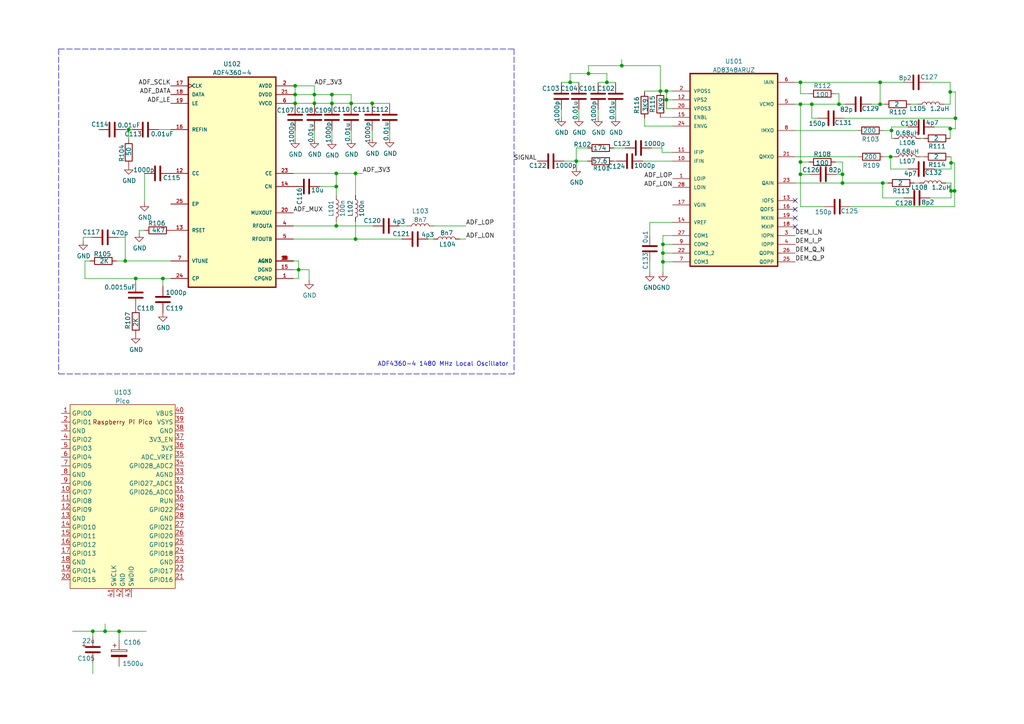
<source format=kicad_sch>
(kicad_sch (version 20220404) (generator eeschema)
  (paper "A4")
  (lib_symbols
    (symbol "AD8348ARUZ:AD8348ARUZ" (pin_names (offset 1.016))
      (property "Reference" "U" (at -4.5466 28.2702 0))
      (property "Value" "AD8348ARUZ" (at -4.7498 -34.544 0))
      (symbol "AD8348ARUZ_0_0"
        (rectangle (start -12.7 25.4) (end 12.7 -30.48) (stroke (width 0.4064)) (fill (type background)))
        (pin input line (at -17.78 -5.08 0) (length 5.08) (name "LOIP") (number "1"))
        (pin output line (at -17.78 0 0) (length 5.08) (name "IFIN") (number "10"))
        (pin output line (at -17.78 2.54 0) (length 5.08) (name "IFIP") (number "11"))
        (pin input line (at -17.78 17.78 0) (length 5.08) (name "VPS2") (number "12"))
        (pin output line (at 17.78 -11.43 180) (length 5.08) (name "IOFS") (number "13"))
        (pin output line (at -17.78 -17.78 0) (length 5.08) (name "VREF") (number "14"))
        (pin input line (at -17.78 12.7 0) (length 5.08) (name "ENBL") (number "15"))
        (pin output line (at 17.78 -13.97 180) (length 5.08) (name "QOFS") (number "16"))
        (pin passive line (at -17.78 -12.7 0) (length 5.08) (name "VGIN") (number "17"))
        (pin input line (at 17.78 -19.05 180) (length 5.08) (name "MXIP") (number "18"))
        (pin input line (at 17.78 -16.51 180) (length 5.08) (name "MXIN") (number "19"))
        (pin input line (at -17.78 20.32 0) (length 5.08) (name "VPOS1") (number "2"))
        (pin input line (at -17.78 15.24 0) (length 5.08) (name "VPOS3") (number "20"))
        (pin output line (at 17.78 1.27 180) (length 5.08) (name "QMXO") (number "21"))
        (pin input line (at -17.78 -26.67 0) (length 5.08) (name "COM3_2") (number "22"))
        (pin output line (at 17.78 -6.35 180) (length 5.08) (name "QAIN") (number "23"))
        (pin input line (at -17.78 10.16 0) (length 5.08) (name "ENVG") (number "24"))
        (pin output line (at 17.78 -29.21 180) (length 5.08) (name "QOPP") (number "25"))
        (pin output line (at 17.78 -26.67 180) (length 5.08) (name "QOPN") (number "26"))
        (pin input line (at -17.78 -21.59 0) (length 5.08) (name "COM1") (number "27"))
        (pin input line (at -17.78 -7.62 0) (length 5.08) (name "LOIN") (number "28"))
        (pin output line (at 17.78 -21.59 180) (length 5.08) (name "IOPN") (number "3"))
        (pin output line (at 17.78 -24.13 180) (length 5.08) (name "IOPP") (number "4"))
        (pin output line (at 17.78 16.51 180) (length 5.08) (name "VCMO") (number "5"))
        (pin output line (at 17.78 22.86 180) (length 5.08) (name "IAIN") (number "6"))
        (pin output line (at -17.78 -29.21 0) (length 5.08) (name "COM3") (number "7"))
        (pin output line (at 17.78 8.89 180) (length 5.08) (name "IMXO") (number "8"))
        (pin output line (at -17.78 -24.13 0) (length 5.08) (name "COM2") (number "9"))
      )
    )
    (symbol "ADF4360:ADF4360-5BCP" (pin_names (offset 1.016))
      (property "Reference" "U102" (at 0 34.29 0))
      (property "Value" "ADF4360-4" (at 0 31.75 0))
      (symbol "ADF4360-5BCP_0_0"
        (rectangle (start -12.7 -30.48) (end 12.7 30.48) (stroke (width 0.41)) (fill (type background)))
        (pin power_in line (at 17.78 -27.94 180) (length 5.08) (name "CPGND") (number "1"))
        (pin power_in line (at 17.78 -22.86 180) (length 5.08) (name "AGND") (number "10"))
        (pin power_in line (at 17.78 -22.86 180) (length 5.08) (name "AGND") (number "11"))
        (pin bidirectional line (at -17.78 2.54 0) (length 5.08) (name "CC") (number "12"))
        (pin bidirectional line (at -17.78 -13.97 0) (length 5.08) (name "RSET") (number "13"))
        (pin bidirectional line (at 17.78 -1.27 180) (length 5.08) (name "CN") (number "14"))
        (pin power_in line (at 17.78 -25.4 180) (length 5.08) (name "DGND") (number "15"))
        (pin input line (at -17.78 15.24 0) (length 5.08) (name "REFIN") (number "16"))
        (pin input clock (at -17.78 27.94 0) (length 5.08) (name "CLK") (number "17"))
        (pin input line (at -17.78 25.4 0) (length 5.08) (name "DATA") (number "18"))
        (pin input line (at -17.78 22.86 0) (length 5.08) (name "LE") (number "19"))
        (pin power_in line (at 17.78 27.94 180) (length 5.08) (name "AVDD") (number "2"))
        (pin output line (at 17.78 -8.89 180) (length 5.08) (name "MUXOUT") (number "20"))
        (pin power_in line (at 17.78 25.4 180) (length 5.08) (name "DVDD") (number "21"))
        (pin power_in line (at 17.78 -22.86 180) (length 5.08) (name "AGND") (number "22"))
        (pin bidirectional line (at 17.78 2.54 180) (length 5.08) (name "CE") (number "23"))
        (pin output line (at -17.78 -27.94 0) (length 5.08) (name "CP") (number "24"))
        (pin bidirectional line (at -17.78 -6.35 0) (length 5.08) (name "EP") (number "25"))
        (pin power_in line (at 17.78 -22.86 180) (length 5.08) (name "AGND") (number "3"))
        (pin output line (at 17.78 -12.7 180) (length 5.08) (name "RFOUTA") (number "4"))
        (pin output line (at 17.78 -16.51 180) (length 5.08) (name "RFOUTB") (number "5"))
        (pin power_in line (at 17.78 22.86 180) (length 5.08) (name "VVCO") (number "6"))
        (pin input line (at -17.78 -22.86 0) (length 5.08) (name "VTUNE") (number "7"))
        (pin power_in line (at 17.78 -22.86 180) (length 5.08) (name "AGND") (number "8"))
        (pin power_in line (at 17.78 -22.86 180) (length 5.08) (name "AGND") (number "9"))
      )
    )
    (symbol "C_4" (pin_numbers hide) (pin_names (offset 0.254))
      (property "Reference" "C111" (at -0.635 2.54 0))
      (property "Value" "C_4" (at -0.635 -2.54 0))
      (symbol "C_4_0_0"
        (text "+" (at 2.54 -1.27 0) (effects (font (size 1.27 1.27))))
      )
      (symbol "C_4_0_1"
        (polyline (pts (xy -2.032 -0.762) (xy 2.032 -0.762)) (stroke (width 0.508)))
        (polyline (pts (xy -2.032 0.762) (xy 2.032 0.762)) (stroke (width 0.508)))
      )
      (symbol "C_4_1_1"
        (pin passive line (at 0 3.81 270) (length 2.794) (name "~") (number "1"))
        (pin passive line (at 0 -3.81 90) (length 2.794) (name "~") (number "2"))
      )
    )
    (symbol "Device:C" (pin_numbers hide) (pin_names (offset 0.254))
      (property "Reference" "C" (at 0.635 2.54 0))
      (property "Value" "C" (at 0.635 -2.54 0))
      (symbol "C_0_1"
        (polyline (pts (xy -2.032 -0.762) (xy 2.032 -0.762)) (stroke (width 0.508)))
        (polyline (pts (xy -2.032 0.762) (xy 2.032 0.762)) (stroke (width 0.508)))
      )
      (symbol "C_1_1"
        (pin passive line (at 0 3.81 270) (length 2.794) (name "~") (number "1"))
        (pin passive line (at 0 -3.81 90) (length 2.794) (name "~") (number "2"))
      )
    )
    (symbol "Device:CP" (pin_numbers hide) (pin_names (offset 0.254))
      (property "Reference" "C" (at 0.635 2.54 0))
      (property "Value" "CP" (at 0.635 -2.54 0))
      (symbol "CP_0_1"
        (rectangle (start -2.286 0.508) (end -2.286 1.016))
        (rectangle (start -2.286 0.508) (end 2.286 0.508))
        (polyline (pts (xy -1.778 2.286) (xy -0.762 2.286)))
        (polyline (pts (xy -1.27 2.794) (xy -1.27 1.778)))
        (rectangle (start 2.286 -0.508) (end -2.286 -1.016) (fill (type outline)))
        (rectangle (start 2.286 1.016) (end -2.286 1.016))
        (rectangle (start 2.286 1.016) (end 2.286 0.508))
      )
      (symbol "CP_1_1"
        (pin passive line (at 0 3.81 270) (length 2.794) (name "~") (number "1"))
        (pin passive line (at 0 -3.81 90) (length 2.794) (name "~") (number "2"))
      )
    )
    (symbol "Device:L" (pin_numbers hide) (pin_names (offset 1.016) hide)
      (property "Reference" "L" (at -1.27 -3.81 90))
      (property "Value" "L" (at -1.27 2.54 90))
      (symbol "L_0_1"
        (arc (start 0 -2.54) (mid 0.635 -1.905) (end 0 -1.27))
        (arc (start 0 -1.27) (mid 0.635 -0.635) (end 0 0))
        (arc (start 0 0) (mid 0.635 0.635) (end 0 1.27))
        (arc (start 0 1.27) (mid 0.635 1.905) (end 0 2.54))
      )
      (symbol "L_1_1"
        (pin passive line (at 0 3.81 270) (length 1.27) (name "1") (number "1"))
        (pin passive line (at 0 -3.81 90) (length 1.27) (name "2") (number "2"))
      )
    )
    (symbol "Device:R" (pin_numbers hide) (pin_names (offset 0))
      (property "Reference" "R" (at 2.032 0 90))
      (property "Value" "R" (at 0 0 90))
      (symbol "R_0_1"
        (rectangle (start -1.016 -2.54) (end 1.016 2.54) (stroke (width 0.254)))
      )
      (symbol "R_1_1"
        (pin passive line (at 0 3.81 270) (length 1.27) (name "~") (number "1"))
        (pin passive line (at 0 -3.81 90) (length 1.27) (name "~") (number "2"))
      )
    )
    (symbol "Enevo_WE-10_library:GND" (power) (pin_names (offset 0))
      (property "Value" "GND" (at 0 -3.81 0))
      (symbol "GND_0_1"
        (polyline (pts (xy 0 0) (xy 0 -1.27) (xy 1.27 -1.27) (xy 0 -2.54) (xy -1.27 -1.27) (xy 0 -1.27)))
      )
      (symbol "GND_1_1"
        (pin power_in line (at 0 0 270) (length 0) hide (name "GND") (number "1"))
      )
    )
    (symbol "MCU_RaspberryPi_and_Boards:Pico"
      (property "Reference" "U" (at -13.97 27.94 0))
      (property "Value" "Pico" (at 0 19.05 0))
      (symbol "Pico_0_0"
        (text "Raspberry Pi Pico" (at 0 21.59 0) (effects (font (size 1.27 1.27))))
      )
      (symbol "Pico_0_1"
        (rectangle (start -15.24 26.67) (end 15.24 -26.67) (fill (type background)))
      )
      (symbol "Pico_1_1"
        (pin bidirectional line (at -17.78 24.13 0) (length 2.54) (name "GPIO0") (number "1"))
        (pin bidirectional line (at -17.78 1.27 0) (length 2.54) (name "GPIO7") (number "10"))
        (pin bidirectional line (at -17.78 -1.27 0) (length 2.54) (name "GPIO8") (number "11"))
        (pin bidirectional line (at -17.78 -3.81 0) (length 2.54) (name "GPIO9") (number "12"))
        (pin power_in line (at -17.78 -6.35 0) (length 2.54) (name "GND") (number "13"))
        (pin bidirectional line (at -17.78 -8.89 0) (length 2.54) (name "GPIO10") (number "14"))
        (pin bidirectional line (at -17.78 -11.43 0) (length 2.54) (name "GPIO11") (number "15"))
        (pin bidirectional line (at -17.78 -13.97 0) (length 2.54) (name "GPIO12") (number "16"))
        (pin bidirectional line (at -17.78 -16.51 0) (length 2.54) (name "GPIO13") (number "17"))
        (pin power_in line (at -17.78 -19.05 0) (length 2.54) (name "GND") (number "18"))
        (pin bidirectional line (at -17.78 -21.59 0) (length 2.54) (name "GPIO14") (number "19"))
        (pin bidirectional line (at -17.78 21.59 0) (length 2.54) (name "GPIO1") (number "2"))
        (pin bidirectional line (at -17.78 -24.13 0) (length 2.54) (name "GPIO15") (number "20"))
        (pin bidirectional line (at 17.78 -24.13 180) (length 2.54) (name "GPIO16") (number "21"))
        (pin bidirectional line (at 17.78 -21.59 180) (length 2.54) (name "GPIO17") (number "22"))
        (pin power_in line (at 17.78 -19.05 180) (length 2.54) (name "GND") (number "23"))
        (pin bidirectional line (at 17.78 -16.51 180) (length 2.54) (name "GPIO18") (number "24"))
        (pin bidirectional line (at 17.78 -13.97 180) (length 2.54) (name "GPIO19") (number "25"))
        (pin bidirectional line (at 17.78 -11.43 180) (length 2.54) (name "GPIO20") (number "26"))
        (pin bidirectional line (at 17.78 -8.89 180) (length 2.54) (name "GPIO21") (number "27"))
        (pin power_in line (at 17.78 -6.35 180) (length 2.54) (name "GND") (number "28"))
        (pin bidirectional line (at 17.78 -3.81 180) (length 2.54) (name "GPIO22") (number "29"))
        (pin power_in line (at -17.78 19.05 0) (length 2.54) (name "GND") (number "3"))
        (pin input line (at 17.78 -1.27 180) (length 2.54) (name "RUN") (number "30"))
        (pin bidirectional line (at 17.78 1.27 180) (length 2.54) (name "GPIO26_ADC0") (number "31"))
        (pin bidirectional line (at 17.78 3.81 180) (length 2.54) (name "GPIO27_ADC1") (number "32"))
        (pin power_in line (at 17.78 6.35 180) (length 2.54) (name "AGND") (number "33"))
        (pin bidirectional line (at 17.78 8.89 180) (length 2.54) (name "GPIO28_ADC2") (number "34"))
        (pin power_in line (at 17.78 11.43 180) (length 2.54) (name "ADC_VREF") (number "35"))
        (pin power_in line (at 17.78 13.97 180) (length 2.54) (name "3V3") (number "36"))
        (pin input line (at 17.78 16.51 180) (length 2.54) (name "3V3_EN") (number "37"))
        (pin bidirectional line (at 17.78 19.05 180) (length 2.54) (name "GND") (number "38"))
        (pin power_in line (at 17.78 21.59 180) (length 2.54) (name "VSYS") (number "39"))
        (pin bidirectional line (at -17.78 16.51 0) (length 2.54) (name "GPIO2") (number "4"))
        (pin power_in line (at 17.78 24.13 180) (length 2.54) (name "VBUS") (number "40"))
        (pin input line (at -2.54 -29.21 90) (length 2.54) (name "SWCLK") (number "41"))
        (pin power_in line (at 0 -29.21 90) (length 2.54) (name "GND") (number "42"))
        (pin bidirectional line (at 2.54 -29.21 90) (length 2.54) (name "SWDIO") (number "43"))
        (pin bidirectional line (at -17.78 13.97 0) (length 2.54) (name "GPIO3") (number "5"))
        (pin bidirectional line (at -17.78 11.43 0) (length 2.54) (name "GPIO4") (number "6"))
        (pin bidirectional line (at -17.78 8.89 0) (length 2.54) (name "GPIO5") (number "7"))
        (pin power_in line (at -17.78 6.35 0) (length 2.54) (name "GND") (number "8"))
        (pin bidirectional line (at -17.78 3.81 0) (length 2.54) (name "GPIO6") (number "9"))
      )
    )
  )
  (junction (at 167.132 46.736))
  (junction (at 192.278 75.946))
  (junction (at 255.27 23.876))
  (junction (at 165.354 23.876))
  (junction (at 258.318 45.466))
  (junction (at 107.95 29.972))
  (junction (at 275.59 26.67))
  (junction (at 232.156 46.99))
  (junction (at 97.536 54.102))
  (junction (at 193.294 28.956))
  (junction (at 30.48 183.0832))
  (junction (at 258.572 37.846))
  (junction (at 103.124 50.292))
  (junction (at 96.266 27.432))
  (junction (at 244.348 53.086))
  (junction (at 277.114 34.29))
  (junction (at 170.688 21.336))
  (junction (at 97.536 65.532))
  (junction (at 256.032 53.086))
  (junction (at 192.278 73.406))
  (junction (at 103.124 69.342))
  (junction (at 235.458 30.226))
  (junction (at 276.86 55.372))
  (junction (at 180.34 19.05))
  (junction (at 243.332 30.226))
  (junction (at 26.924 183.0832))
  (junction (at 47.244 80.772))
  (junction (at 193.294 26.416))
  (junction (at 36.322 75.692))
  (junction (at 86.614 78.232))
  (junction (at 275.59 37.338))
  (junction (at 244.348 50.546))
  (junction (at 275.844 47.244))
  (junction (at 97.536 50.292))
  (junction (at 85.598 24.892))
  (junction (at 37.338 37.592))
  (junction (at 191.516 26.416))
  (junction (at 275.844 55.372))
  (junction (at 34.544 183.1086))
  (junction (at 101.854 29.972))
  (junction (at 85.598 29.972))
  (junction (at 91.186 29.972))
  (junction (at 91.186 27.432))
  (junction (at 96.266 29.972))
  (junction (at 85.598 27.432))
  (junction (at 39.37 80.772))
  (junction (at 176.022 23.876))
  (junction (at 192.278 70.866))
  (junction (at 255.27 30.226))
  (junction (at 232.156 30.226))
  (junction (at 232.156 23.876))
  (junction (at 232.156 50.546))
  (no_connect (at 230.632 60.706))
  (no_connect (at 230.632 58.166))
  (no_connect (at 230.632 63.246))
  (no_connect (at 230.632 65.786))
  (wire (pts (xy 176.022 21.336) (xy 176.022 23.876)))
  (wire (pts (xy 235.458 30.226) (xy 243.332 30.226)))
  (wire (pts (xy 97.536 50.292) (xy 103.124 50.292)))
  (wire (pts (xy 275.59 26.67) (xy 275.59 30.226)))
  (wire (pts (xy 276.86 47.244) (xy 276.86 55.372)))
  (wire (pts (xy 85.09 27.432) (xy 85.598 27.432)))
  (wire (pts (xy 86.614 75.692) (xy 86.614 78.232)))
  (wire (pts (xy 188.976 42.926) (xy 192.024 42.926)))
  (wire (pts (xy 91.186 30.226) (xy 91.186 29.972)))
  (wire (pts (xy 191.516 19.05) (xy 191.516 26.416)))
  (wire (pts (xy 101.854 29.972) (xy 107.95 29.972)))
  (wire (pts (xy 39.37 80.772) (xy 47.244 80.772)))
  (wire (pts (xy 103.124 64.262) (xy 103.124 69.342)))
  (wire (pts (xy 113.03 40.132) (xy 113.03 37.846)))
  (wire (pts (xy 178.562 34.036) (xy 178.562 31.75)))
  (wire (pts (xy 232.156 46.99) (xy 232.156 50.546)))
  (wire (pts (xy 96.266 30.226) (xy 96.266 29.972)))
  (wire (pts (xy 195.072 31.496) (xy 193.294 31.496)))
  (wire (pts (xy 230.632 30.226) (xy 232.156 30.226)))
  (wire (pts (xy 176.022 23.876) (xy 178.562 23.876)))
  (wire (pts (xy 266.954 40.132) (xy 267.97 40.132)))
  (wire (pts (xy 85.598 29.972) (xy 91.186 29.972)))
  (wire (pts (xy 277.114 26.67) (xy 275.59 26.67)))
  (wire (pts (xy 24.638 75.692) (xy 24.638 80.772)))
  (wire (pts (xy 232.156 46.99) (xy 232.156 30.226)))
  (wire (pts (xy 244.348 50.546) (xy 244.348 53.086)))
  (wire (pts (xy 173.482 24.13) (xy 173.482 23.876)))
  (wire (pts (xy 256.54 45.466) (xy 258.318 45.466)))
  (wire (pts (xy 263.398 36.83) (xy 258.572 36.83)))
  (wire (pts (xy 195.072 36.576) (xy 186.944 36.576)))
  (wire (pts (xy 167.894 34.036) (xy 167.894 31.75)))
  (wire (pts (xy 266.954 45.466) (xy 267.97 45.466)))
  (wire (pts (xy 101.854 40.386) (xy 101.854 37.846)))
  (wire (pts (xy 170.688 19.05) (xy 170.688 21.336)))
  (wire (pts (xy 89.662 78.232) (xy 86.614 78.232)))
  (wire (pts (xy 170.688 21.336) (xy 176.022 21.336)))
  (wire (pts (xy 188.468 75.946) (xy 188.468 78.994)))
  (wire (pts (xy 192.278 68.326) (xy 192.278 70.866)))
  (wire (pts (xy 192.278 70.866) (xy 195.072 70.866)))
  (wire (pts (xy 85.09 65.532) (xy 97.536 65.532)))
  (wire (pts (xy 275.59 36.83) (xy 275.59 37.338)))
  (wire (pts (xy 107.95 30.226) (xy 107.95 29.972)))
  (wire (pts (xy 232.156 50.546) (xy 232.156 59.944)))
  (wire (pts (xy 85.09 75.692) (xy 86.614 75.692)))
  (wire (pts (xy 24.13 68.834) (xy 24.13 69.85)))
  (wire (pts (xy 235.458 30.226) (xy 235.458 34.29)))
  (wire (pts (xy 89.662 81.28) (xy 89.662 78.232)))
  (wire (pts (xy 193.294 28.956) (xy 193.294 26.416)))
  (wire (pts (xy 256.032 57.404) (xy 262.128 57.404)))
  (wire (pts (xy 277.114 34.29) (xy 277.114 37.338)))
  (wire (pts (xy 263.398 49.022) (xy 258.318 49.022)))
  (wire (pts (xy 255.27 23.876) (xy 261.874 23.876)))
  (wire (pts (xy 230.632 53.086) (xy 244.348 53.086)))
  (wire (pts (xy 258.318 45.466) (xy 259.334 45.466)))
  (wire (pts (xy 103.124 69.342) (xy 116.586 69.342)))
  (wire (pts (xy 258.572 40.132) (xy 258.572 37.846)))
  (wire (pts (xy 37.338 37.592) (xy 37.338 40.386)))
  (wire (pts (xy 186.436 46.736) (xy 195.072 46.736)))
  (wire (pts (xy 192.278 73.406) (xy 195.072 73.406)))
  (wire (pts (xy 36.322 68.834) (xy 36.322 75.692)))
  (wire (pts (xy 180.34 19.05) (xy 170.688 19.05)))
  (wire (pts (xy 85.598 29.972) (xy 85.598 27.432)))
  (wire (pts (xy 264.16 30.226) (xy 266.192 30.226)))
  (wire (pts (xy 37.338 37.592) (xy 38.354 37.592)))
  (wire (pts (xy 178.562 23.876) (xy 178.562 24.13)))
  (wire (pts (xy 234.696 27.178) (xy 232.156 27.178)))
  (wire (pts (xy 36.322 75.692) (xy 49.53 75.692)))
  (wire (pts (xy 26.924 183.0832) (xy 30.48 183.0832)))
  (polyline (pts (xy 149.098 14.224) (xy 149.098 108.458)) (stroke (width 0) (type dash)))
  (wire (pts (xy 271.018 36.83) (xy 275.59 36.83)))
  (wire (pts (xy 107.95 29.972) (xy 113.03 29.972)))
  (wire (pts (xy 163.576 46.736) (xy 167.132 46.736)))
  (wire (pts (xy 125.73 65.532) (xy 135.128 65.532)))
  (wire (pts (xy 195.072 28.956) (xy 193.294 28.956)))
  (wire (pts (xy 34.544 183.1086) (xy 42.418 183.1086)))
  (wire (pts (xy 276.86 55.372) (xy 275.844 55.372)))
  (wire (pts (xy 246.634 59.944) (xy 276.86 59.944)))
  (wire (pts (xy 85.09 78.232) (xy 86.614 78.232)))
  (wire (pts (xy 91.186 29.972) (xy 91.186 27.432)))
  (wire (pts (xy 244.348 53.086) (xy 256.032 53.086)))
  (wire (pts (xy 275.844 53.086) (xy 275.844 55.372)))
  (wire (pts (xy 275.59 23.876) (xy 275.59 26.67)))
  (wire (pts (xy 91.186 27.432) (xy 96.266 27.432)))
  (wire (pts (xy 230.632 45.466) (xy 248.92 45.466)))
  (wire (pts (xy 85.598 30.226) (xy 85.598 29.972)))
  (wire (pts (xy 101.854 27.432) (xy 101.854 29.972)))
  (wire (pts (xy 96.266 29.972) (xy 101.854 29.972)))
  (wire (pts (xy 167.132 42.926) (xy 167.132 46.736)))
  (wire (pts (xy 271.018 49.022) (xy 275.844 49.022)))
  (wire (pts (xy 239.014 59.944) (xy 232.156 59.944)))
  (polyline (pts (xy 149.098 108.458) (xy 17.018 108.458)) (stroke (width 0) (type dash)))
  (wire (pts (xy 97.536 65.532) (xy 108.204 65.532)))
  (wire (pts (xy 193.294 31.496) (xy 193.294 28.956)))
  (wire (pts (xy 186.944 26.67) (xy 186.944 26.416)))
  (wire (pts (xy 165.354 23.876) (xy 167.894 23.876)))
  (wire (pts (xy 252.73 30.226) (xy 255.27 30.226)))
  (wire (pts (xy 30.48 180.9496) (xy 30.48 183.0832)))
  (wire (pts (xy 265.176 53.086) (xy 266.7 53.086)))
  (wire (pts (xy 85.09 69.342) (xy 103.124 69.342)))
  (wire (pts (xy 276.86 55.372) (xy 276.86 59.944)))
  (wire (pts (xy 91.186 27.432) (xy 91.186 24.892)))
  (wire (pts (xy 275.844 49.022) (xy 275.844 47.244)))
  (wire (pts (xy 192.278 75.946) (xy 192.278 78.994)))
  (wire (pts (xy 232.156 23.876) (xy 255.27 23.876)))
  (wire (pts (xy 244.856 34.29) (xy 277.114 34.29)))
  (wire (pts (xy 96.266 37.846) (xy 96.266 40.64)))
  (wire (pts (xy 101.854 29.972) (xy 101.854 30.226)))
  (wire (pts (xy 86.614 80.772) (xy 85.09 80.772)))
  (wire (pts (xy 275.844 57.404) (xy 269.748 57.404)))
  (wire (pts (xy 234.696 46.99) (xy 232.156 46.99)))
  (wire (pts (xy 255.27 23.876) (xy 255.27 30.226)))
  (wire (pts (xy 191.516 34.036) (xy 195.072 34.036)))
  (wire (pts (xy 242.316 27.178) (xy 243.332 27.178)))
  (polyline (pts (xy 17.018 14.224) (xy 17.018 108.458)) (stroke (width 0) (type dash)))
  (wire (pts (xy 85.598 40.386) (xy 85.598 37.846)))
  (wire (pts (xy 192.278 73.406) (xy 192.278 75.946)))
  (wire (pts (xy 232.156 30.226) (xy 235.458 30.226)))
  (wire (pts (xy 85.09 29.972) (xy 85.598 29.972)))
  (wire (pts (xy 275.844 55.372) (xy 275.844 57.404)))
  (wire (pts (xy 188.468 64.516) (xy 188.468 68.326)))
  (wire (pts (xy 255.27 30.226) (xy 256.54 30.226)))
  (wire (pts (xy 170.434 46.736) (xy 167.132 46.736)))
  (wire (pts (xy 242.316 46.99) (xy 244.348 46.99)))
  (wire (pts (xy 173.482 31.75) (xy 173.482 34.036)))
  (wire (pts (xy 26.924 195.4276) (xy 26.924 192.2272)))
  (wire (pts (xy 173.482 23.876) (xy 176.022 23.876)))
  (wire (pts (xy 91.186 40.386) (xy 91.186 37.846)))
  (wire (pts (xy 124.206 69.342) (xy 125.73 69.342)))
  (wire (pts (xy 258.572 36.83) (xy 258.572 37.846)))
  (wire (pts (xy 242.57 50.546) (xy 244.348 50.546)))
  (wire (pts (xy 85.09 50.292) (xy 97.536 50.292)))
  (wire (pts (xy 91.186 29.972) (xy 96.266 29.972)))
  (wire (pts (xy 178.054 46.736) (xy 178.816 46.736)))
  (wire (pts (xy 85.598 27.432) (xy 91.186 27.432)))
  (wire (pts (xy 91.186 24.892) (xy 85.598 24.892)))
  (wire (pts (xy 26.67 68.834) (xy 24.13 68.834)))
  (wire (pts (xy 275.844 47.244) (xy 276.86 47.244)))
  (wire (pts (xy 162.814 31.75) (xy 162.814 34.036)))
  (wire (pts (xy 96.266 27.432) (xy 101.854 27.432)))
  (wire (pts (xy 234.95 50.546) (xy 232.156 50.546)))
  (wire (pts (xy 244.348 46.99) (xy 244.348 50.546)))
  (wire (pts (xy 195.072 26.416) (xy 193.294 26.416)))
  (wire (pts (xy 192.024 42.926) (xy 192.024 44.196)))
  (wire (pts (xy 103.124 50.292) (xy 103.124 56.642)))
  (wire (pts (xy 34.29 68.834) (xy 36.322 68.834)))
  (wire (pts (xy 232.156 23.876) (xy 232.156 27.178)))
  (wire (pts (xy 237.236 34.29) (xy 235.458 34.29)))
  (wire (pts (xy 85.598 27.432) (xy 85.598 24.892)))
  (wire (pts (xy 230.632 23.876) (xy 232.156 23.876)))
  (wire (pts (xy 165.354 23.876) (xy 165.354 21.336)))
  (wire (pts (xy 97.536 54.102) (xy 97.536 56.642)))
  (wire (pts (xy 258.572 40.132) (xy 259.334 40.132)))
  (wire (pts (xy 192.024 44.196) (xy 195.072 44.196)))
  (wire (pts (xy 41.91 50.292) (xy 41.91 58.674)))
  (wire (pts (xy 21.0312 183.0832) (xy 26.924 183.0832)))
  (polyline (pts (xy 17.018 14.224) (xy 149.098 14.224)) (stroke (width 0) (type dash)))
  (wire (pts (xy 115.824 65.532) (xy 118.11 65.532)))
  (wire (pts (xy 113.03 29.972) (xy 113.03 30.226)))
  (wire (pts (xy 191.516 26.416) (xy 193.294 26.416)))
  (wire (pts (xy 243.332 30.226) (xy 245.11 30.226)))
  (wire (pts (xy 30.48 183.0832) (xy 34.544 183.0832)))
  (wire (pts (xy 167.132 42.926) (xy 170.434 42.926)))
  (wire (pts (xy 86.614 78.232) (xy 86.614 80.772)))
  (wire (pts (xy 178.054 42.926) (xy 181.356 42.926)))
  (wire (pts (xy 167.894 23.876) (xy 167.894 24.13)))
  (wire (pts (xy 92.71 54.102) (xy 97.536 54.102)))
  (wire (pts (xy 33.782 75.692) (xy 36.322 75.692)))
  (wire (pts (xy 96.266 29.972) (xy 96.266 27.432)))
  (wire (pts (xy 192.278 70.866) (xy 192.278 73.406)))
  (wire (pts (xy 275.59 40.132) (xy 275.59 37.338)))
  (wire (pts (xy 275.844 47.244) (xy 275.844 45.466)))
  (wire (pts (xy 274.32 53.086) (xy 275.844 53.086)))
  (wire (pts (xy 191.516 19.05) (xy 180.34 19.05)))
  (wire (pts (xy 39.37 80.772) (xy 39.37 81.788)))
  (wire (pts (xy 155.702 46.736) (xy 155.956 46.736)))
  (wire (pts (xy 47.244 80.772) (xy 47.244 83.058)))
  (wire (pts (xy 257.556 53.086) (xy 256.032 53.086)))
  (wire (pts (xy 186.944 36.576) (xy 186.944 34.29)))
  (wire (pts (xy 45.974 37.592) (xy 49.53 37.592)))
  (wire (pts (xy 162.814 23.876) (xy 165.354 23.876)))
  (wire (pts (xy 162.814 24.13) (xy 162.814 23.876)))
  (wire (pts (xy 40.386 66.802) (xy 40.386 67.564)))
  (wire (pts (xy 167.132 48.514) (xy 167.132 46.736)))
  (wire (pts (xy 97.536 50.292) (xy 97.536 54.102)))
  (wire (pts (xy 180.34 17.272) (xy 180.34 19.05)))
  (wire (pts (xy 256.286 37.846) (xy 258.572 37.846)))
  (wire (pts (xy 34.544 183.1086) (xy 34.544 183.0832)))
  (wire (pts (xy 258.318 49.022) (xy 258.318 45.466)))
  (wire (pts (xy 103.124 50.292) (xy 105.156 50.292)))
  (wire (pts (xy 277.114 26.67) (xy 277.114 34.29)))
  (wire (pts (xy 107.95 37.846) (xy 107.95 40.132)))
  (wire (pts (xy 188.468 64.516) (xy 195.072 64.516)))
  (wire (pts (xy 85.09 24.892) (xy 85.598 24.892)))
  (wire (pts (xy 165.354 21.336) (xy 170.688 21.336)))
  (wire (pts (xy 26.162 75.692) (xy 24.638 75.692)))
  (wire (pts (xy 273.812 30.226) (xy 275.59 30.226)))
  (wire (pts (xy 41.91 66.802) (xy 40.386 66.802)))
  (wire (pts (xy 34.544 183.1086) (xy 34.544 185.674)))
  (wire (pts (xy 195.072 68.326) (xy 192.278 68.326)))
  (wire (pts (xy 256.032 53.086) (xy 256.032 57.404)))
  (wire (pts (xy 275.59 23.876) (xy 269.494 23.876)))
  (wire (pts (xy 275.59 37.338) (xy 277.114 37.338)))
  (wire (pts (xy 186.944 26.416) (xy 191.516 26.416)))
  (wire (pts (xy 47.244 80.772) (xy 49.53 80.772)))
  (wire (pts (xy 275.844 45.466) (xy 275.59 45.466)))
  (wire (pts (xy 133.35 69.342) (xy 135.128 69.342)))
  (wire (pts (xy 243.332 27.178) (xy 243.332 30.226)))
  (wire (pts (xy 192.278 75.946) (xy 195.072 75.946)))
  (wire (pts (xy 230.632 37.846) (xy 248.666 37.846)))
  (wire (pts (xy 39.37 80.772) (xy 24.638 80.772)))
  (wire (pts (xy 36.322 37.592) (xy 37.338 37.592)))
  (wire (pts (xy 26.924 183.0832) (xy 26.924 184.6072)))
  (wire (pts (xy 97.536 64.262) (xy 97.536 65.532)))
  (text "ADF4360-4 1480 MHz Local Oscillator" (at 109.474 106.426 0) (effects (font (size 1.27 1.27)) (justify left bottom)))
  (label "ADF_LON" (at 195.072 54.356 180))
  (label "DEM_I_P" (at 230.632 70.866 0))
  (label "SIGNAL" (at 155.702 46.736 180))
  (label "ADF_SCLK" (at 49.53 24.892 180))
  (label "ADF_DATA" (at 49.53 27.432 180))
  (label "ADF_LOP" (at 135.128 65.532 0))
  (label "ADF_LOP" (at 195.072 51.816 180))
  (label "DEM_Q_P" (at 230.632 75.946 0))
  (label "DEM_Q_N" (at 230.632 73.406 0))
  (label "ADF_MUX" (at 85.09 61.722 0))
  (label "ADF_3V3" (at 91.186 24.892 0))
  (label "ADF_LE" (at 49.53 29.972 180))
  (label "DEM_I_N" (at 230.632 68.326 0))
  (label "ADF_3V3" (at 105.156 50.292 0))
  (label "ADF_LON" (at 135.128 69.342 0))
  (symbol (lib_id "Enevo_WE-10_library:GND") (at 47.244 90.678 0) (unit 1)
    (default_instance (reference "U") (unit 1) (value "") (footprint ""))
    (property "Reference" "#PWR0121" (effects hide))
    (property "Value" "GND" (at 47.371 95.0722 0))
  )
  (symbol (lib_id "Enevo_WE-10_library:GND") (at 24.13 69.85 0) (unit 1)
    (default_instance (reference "U") (unit 1) (value "") (footprint ""))
    (property "Reference" "#PWR0121" (effects hide))
    (property "Value" "GND" (at 24.257 74.2442 0))
  )
  (symbol (lib_id "Device:C") (at 265.938 57.404 270) (unit 1)
    (default_instance (reference "U") (unit 1) (value "") (footprint ""))
    (property "Reference" "C128" (at 259.588 58.928 90) (effects (justify left)))
    (property "Value" "8p2" (at 267.208 58.674 90) (effects (justify left)))
    (property "Footprint" "Capacitor_SMD:C_0805_2012Metric" (effects hide))
    (property "Size" "0805" (effects hide))
    (property "Description" "0805 Capacitor" (effects hide))
  )
  (symbol (lib_id "Device:R") (at 260.35 30.226 270) (unit 1)
    (default_instance (reference "U") (unit 1) (value "") (footprint ""))
    (property "Reference" "R110" (at 260.35 32.512 90))
    (property "Value" "2" (at 260.096 30.226 90))
    (property "Footprint" "Resistor_SMD:R_0805_2012Metric" (effects hide))
    (property "Description" "0805 Resistor" (effects hide))
    (property "Size" "0805" (effects hide))
  )
  (symbol (lib_id "Device:C") (at 267.208 36.83 270) (unit 1)
    (default_instance (reference "U") (unit 1) (value "") (footprint ""))
    (property "Reference" "C130" (at 261.112 35.814 90) (effects (justify left)))
    (property "Value" "4p7" (at 268.478 35.56 90) (effects (justify left)))
    (property "Footprint" "Capacitor_SMD:C_0805_2012Metric" (effects hide))
    (property "Size" "0805" (effects hide))
    (property "Description" "0805 Capacitor" (effects hide))
  )
  (symbol (lib_id "Device:R") (at 238.506 27.178 90) (unit 1)
    (default_instance (reference "U") (unit 1) (value "") (footprint ""))
    (property "Reference" "R112" (at 238.506 24.892 90))
    (property "Value" "100" (at 238.506 27.432 90))
    (property "Footprint" "Resistor_SMD:R_0805_2012Metric" (effects hide))
    (property "Description" "0805 Resistor" (effects hide))
    (property "Size" "0805" (effects hide))
  )
  (symbol (lib_id "Device:CP") (at 34.544 189.484 0) (unit 1)
    (default_instance (reference "U") (unit 1) (value "") (footprint ""))
    (property "Reference" "C106" (at 35.814 186.309 0) (effects (justify left)))
    (property "Value" "1500u" (at 35.5092 192.4558 0) (effects (justify left)))
    (property "Footprint" "Capacitor_SMD:CP_Elec_10x10" (effects hide))
    (property "Datasheet" "https://www.mouser.fi/datasheet/2/40/kyocera_avx_apa_series-2525764.pdf" (effects hide))
    (property "Size" "100x100x120" (effects hide))
    (property "Description" "Aluminium Polymer Electrolytic Capacitor" (effects hide))
    (property "Manufacturer" "Kyocera" (effects hide))
    (property "Manufacturer #" "APA1010152M004R" (effects hide))
    (property "Temperature" "-55C to +105C" (effects hide))
    (property "temperature range high" "105" (effects hide))
    (property "temperature range low" "-55" (effects hide))
  )
  (symbol (lib_id "Device:C") (at 167.894 27.94 180) (unit 1)
    (default_instance (reference "U") (unit 1) (value "") (footprint ""))
    (property "Reference" "C104" (at 167.64 25.654 0) (effects (justify left)))
    (property "Value" "0.01u" (at 166.878 29.21 90) (effects (justify left)))
    (property "Footprint" "Capacitor_SMD:C_0805_2012Metric" (effects hide))
    (property "Size" "0805" (effects hide))
    (property "Description" "0805 Capacitor" (effects hide))
  )
  (symbol (lib_id "Device:L") (at 270.51 53.086 90) (unit 1)
    (default_instance (reference "U") (unit 1) (value "") (footprint ""))
    (property "Reference" "L108" (at 266.7 54.356 90))
    (property "Value" "1.2uH" (at 273.05 54.356 90))
    (property "Footprint" "Inductor_SMD:L_0805_2012Metric" (effects hide))
    (property "Description" "0805 Inductor" (effects hide))
    (property "Size" "0805" (effects hide))
  )
  (symbol (lib_id "Device:C") (at 265.684 23.876 90) (unit 1)
    (default_instance (reference "U") (unit 1) (value "") (footprint ""))
    (property "Reference" "C127" (at 272.034 22.352 90) (effects (justify left)))
    (property "Value" "8p2" (at 264.414 22.606 90) (effects (justify left)))
    (property "Footprint" "Capacitor_SMD:C_0805_2012Metric" (effects hide))
    (property "Size" "0805" (effects hide))
    (property "Description" "0805 Capacitor" (effects hide))
  )
  (symbol (lib_id "Device:L") (at 103.124 60.452 0) (unit 1)
    (default_instance (reference "U") (unit 1) (value "") (footprint ""))
    (property "Reference" "L102" (at 101.6 60.452 90))
    (property "Value" "100n" (at 104.902 60.452 90))
    (property "Footprint" "Inductor_SMD:L_0805_2012Metric" (effects hide))
    (property "Description" "0805 Inductor" (effects hide))
    (property "Size" "0805" (effects hide))
  )
  (symbol (lib_name "C_4") (lib_id "Device:C") (at 26.924 188.4172 180) (unit 1)
    (default_instance (reference "U") (unit 1) (value "") (footprint ""))
    (property "Reference" "C105" (at 27.559 190.9572 0) (effects (justify left)))
    (property "Value" "22u" (at 27.559 185.8772 0) (effects (justify left)))
    (property "Footprint" "Enevo:0603_CAP" (effects hide))
    (property "Datasheet" "https://datasheets.kyocera-avx.com/F98.pdf" (effects hide))
    (property "Size" "0603" (effects hide))
    (property "Description" "0603 Capacitor" (effects hide))
    (property "Manufacturer" "Kyocera" (effects hide))
    (property "Manufacturer #" "F981A226MMALZT" (effects hide))
    (property "Temperature" "-25C to +85C" (effects hide))
    (property "temperature range high" "85" (effects hide))
    (property "temperature range low" "-25" (effects hide))
    (property "Field4" "https://www.digikey.fi/en/products/detail/kyocera-avx/F981A226MMALZT/7536108?s=N4IgTCBcDaIGIE4AcBGAgmMA2AsjtAMgFoAqIAugL5A" (effects hide))
  )
  (symbol (lib_id "Device:R") (at 261.366 53.086 270) (unit 1)
    (default_instance (reference "U") (unit 1) (value "") (footprint ""))
    (property "Reference" "R113" (at 261.366 55.372 90))
    (property "Value" "2" (at 261.112 53.086 90))
    (property "Footprint" "Resistor_SMD:R_0805_2012Metric" (effects hide))
    (property "Description" "0805 Resistor" (effects hide))
    (property "Size" "0805" (effects hide))
  )
  (symbol (lib_id "Device:C") (at 112.014 65.532 270) (unit 1)
    (default_instance (reference "U") (unit 1) (value "") (footprint ""))
    (property "Reference" "C120" (at 105.41 64.008 90) (effects (justify left)))
    (property "Value" "4p3" (at 113.792 64.262 90) (effects (justify left)))
    (property "Footprint" "Capacitor_SMD:C_0805_2012Metric" (effects hide))
    (property "Size" "0805" (effects hide))
    (property "Description" "0805 Capacitor" (effects hide))
  )
  (symbol (lib_id "Enevo_WE-10_library:GND") (at 188.468 78.994 0) (unit 1)
    (default_instance (reference "U") (unit 1) (value "") (footprint ""))
    (property "Reference" "#PWR0121" (effects hide))
    (property "Value" "GND" (at 188.595 83.3882 0))
  )
  (symbol (lib_id "Device:C") (at 47.244 86.868 0) (unit 1)
    (default_instance (reference "U") (unit 1) (value "") (footprint ""))
    (property "Reference" "C119" (at 48.006 89.408 0) (effects (justify left)))
    (property "Value" "1000p" (at 48.006 84.836 0) (effects (justify left)))
    (property "Footprint" "Capacitor_SMD:C_0805_2012Metric" (effects hide))
    (property "Size" "0805" (effects hide))
    (property "Description" "0805 Capacitor" (effects hide))
  )
  (symbol (lib_id "Enevo_WE-10_library:GND") (at 85.598 40.386 0) (unit 1)
    (default_instance (reference "U") (unit 1) (value "") (footprint ""))
    (property "Reference" "#PWR0121" (effects hide))
    (property "Value" "GND" (at 85.725 44.7802 0))
  )
  (symbol (lib_id "Device:C") (at 182.626 46.736 270) (unit 1)
    (default_instance (reference "U") (unit 1) (value "") (footprint ""))
    (property "Reference" "C124" (at 176.276 48.26 90) (effects (justify left)))
    (property "Value" "1000p" (at 183.896 48.006 90) (effects (justify left)))
    (property "Footprint" "Capacitor_SMD:C_0805_2012Metric" (effects hide))
    (property "Size" "0805" (effects hide))
    (property "Description" "0805 Capacitor" (effects hide))
  )
  (symbol (lib_id "Device:R") (at 29.972 75.692 90) (unit 1)
    (default_instance (reference "U") (unit 1) (value "") (footprint ""))
    (property "Reference" "R105" (at 29.718 73.66 90))
    (property "Value" "2K" (at 30.226 75.692 90))
    (property "Footprint" "Resistor_SMD:R_0805_2012Metric" (effects hide))
    (property "Description" "0805 Resistor" (effects hide))
    (property "Size" "0805" (effects hide))
  )
  (symbol (lib_id "MCU_RaspberryPi_and_Boards:Pico") (at 35.56 144.018 0) (unit 1)
    (default_instance (reference "U") (unit 1) (value "Pico") (footprint "RPi_Pico:RPi_Pico_SMD_TH"))
    (property "Reference" "U103" (at 35.56 113.792 0))
    (property "Value" "Pico" (at 35.56 116.332 0))
    (property "Footprint" "RPi_Pico:RPi_Pico_SMD_TH" (effects hide))
  )
  (symbol (lib_id "Enevo_WE-10_library:GND") (at 162.814 34.036 0) (unit 1)
    (default_instance (reference "U") (unit 1) (value "") (footprint ""))
    (property "Reference" "#PWR0121" (effects hide))
    (property "Value" "GND" (at 162.941 38.4302 0))
  )
  (symbol (lib_id "Device:L") (at 121.92 65.532 90) (unit 1)
    (default_instance (reference "U") (unit 1) (value "") (footprint ""))
    (property "Reference" "L103" (at 121.92 61.214 90))
    (property "Value" "8n7" (at 121.92 63.754 90))
    (property "Footprint" "Inductor_SMD:L_0805_2012Metric" (effects hide))
    (property "Description" "0805 Inductor" (effects hide))
    (property "Size" "0805" (effects hide))
  )
  (symbol (lib_id "Device:R") (at 45.72 66.802 90) (unit 1)
    (default_instance (reference "U") (unit 1) (value "") (footprint ""))
    (property "Reference" "R106" (at 45.466 64.77 90))
    (property "Value" "4K7" (at 45.974 66.802 90))
    (property "Footprint" "Resistor_SMD:R_0805_2012Metric" (effects hide))
    (property "Description" "0805 Resistor" (effects hide))
    (property "Size" "0805" (effects hide))
  )
  (symbol (lib_id "ADF4360:ADF4360-5BCP") (at 67.31 52.832 0) (unit 1)
    (default_instance (reference "U") (unit 1) (value "ADF4360-5BCP") (footprint "ADF4360-5BCP:QFN50P400X400X100-25N"))
    (property "Reference" "U102" (at 67.31 18.542 0))
    (property "Value" "ADF4360-4" (at 67.31 21.082 0))
    (property "Footprint" "adf4360:QFN50P400X400X100-25N" (effects hide))
    (property "MF" "Analog Devices" (effects hide))
    (property "Description" "\nFanout Distribution, Integer N Synthesizer (RF) IC 1.4GHz 1 24-WFQFN Exposed Pad, CSP\n" (effects hide))
    (property "Package" "LFCSP-24 Analog Devices" (effects hide))
    (property "Price" "None" (effects hide))
    (property "SnapEDA_Link" "https://www.snapeda.com/parts/ADF4360-5BCP/Analog+Devices/view-part/?ref=snap" (effects hide))
    (property "MP" "ADF4360-5BCP" (effects hide))
    (property "Availability" "In Stock" (effects hide))
    (property "Check_prices" "https://www.snapeda.com/parts/ADF4360-5BCP/Analog+Devices/view-part/?ref=eda" (effects hide))
  )
  (symbol (lib_id "Enevo_WE-10_library:GND") (at 178.562 34.036 0) (unit 1)
    (default_instance (reference "U") (unit 1) (value "") (footprint ""))
    (property "Reference" "#PWR0121" (effects hide))
    (property "Value" "GND" (at 178.689 38.4302 0))
  )
  (symbol (lib_id "Device:R") (at 39.37 93.218 0) (unit 1)
    (default_instance (reference "U") (unit 1) (value "") (footprint ""))
    (property "Reference" "R107" (at 37.084 92.964 90))
    (property "Value" "2K" (at 39.37 93.472 90))
    (property "Footprint" "Resistor_SMD:R_0805_2012Metric" (effects hide))
    (property "Description" "0805 Resistor" (effects hide))
    (property "Size" "0805" (effects hide))
  )
  (symbol (lib_id "Device:R") (at 252.476 37.846 270) (unit 1)
    (default_instance (reference "U") (unit 1) (value "") (footprint ""))
    (property "Reference" "R103" (at 252.476 40.386 90))
    (property "Value" "200" (at 252.222 37.846 90))
    (property "Footprint" "Resistor_SMD:R_0805_2012Metric" (effects hide))
    (property "Description" "0805 Resistor" (effects hide))
    (property "Size" "0805" (effects hide))
  )
  (symbol (lib_id "Device:C") (at 113.03 34.036 180) (unit 1)
    (default_instance (reference "U") (unit 1) (value "") (footprint ""))
    (property "Reference" "C112" (at 112.776 31.75 0) (effects (justify left)))
    (property "Value" "0.01u" (at 112.014 35.306 90) (effects (justify left)))
    (property "Footprint" "Capacitor_SMD:C_0805_2012Metric" (effects hide))
    (property "Size" "0805" (effects hide))
    (property "Description" "0805 Capacitor" (effects hide))
  )
  (symbol (lib_id "Enevo_WE-10_library:GND") (at 89.662 81.28 0) (unit 1)
    (default_instance (reference "U") (unit 1) (value "") (footprint ""))
    (property "Reference" "#PWR0121" (effects hide))
    (property "Value" "GND" (at 89.789 85.6742 0))
  )
  (symbol (lib_id "Device:C") (at 96.266 34.036 180) (unit 1)
    (default_instance (reference "U") (unit 1) (value "") (footprint ""))
    (property "Reference" "C109" (at 96.266 32.004 0) (effects (justify left)))
    (property "Value" "1000p" (at 95.25 35.306 90) (effects (justify left)))
    (property "Footprint" "Capacitor_SMD:C_0805_2012Metric" (effects hide))
    (property "Size" "0805" (effects hide))
    (property "Description" "0805 Capacitor" (effects hide))
  )
  (symbol (lib_id "Enevo_WE-10_library:GND") (at 192.278 78.994 0) (unit 1)
    (default_instance (reference "U") (unit 1) (value "") (footprint ""))
    (property "Reference" "#PWR0121" (effects hide))
    (property "Value" "GND" (at 192.405 83.3882 0))
  )
  (symbol (lib_id "Enevo_WE-10_library:GND") (at 37.338 48.006 0) (unit 1)
    (default_instance (reference "U") (unit 1) (value "") (footprint ""))
    (property "Reference" "#PWR0121" (effects hide))
    (property "Value" "GND" (at 37.465 52.4002 0))
  )
  (symbol (lib_id "Device:R") (at 238.506 46.99 90) (unit 1)
    (default_instance (reference "U") (unit 1) (value "") (footprint ""))
    (property "Reference" "R108" (at 238.506 44.704 90))
    (property "Value" "100" (at 238.506 47.244 90))
    (property "Footprint" "Resistor_SMD:R_0805_2012Metric" (effects hide))
    (property "Description" "0805 Resistor" (effects hide))
    (property "Size" "0805" (effects hide))
  )
  (symbol (lib_id "Enevo_WE-10_library:GND") (at 40.386 67.564 0) (unit 1)
    (default_instance (reference "U") (unit 1) (value "") (footprint ""))
    (property "Reference" "#PWR0121" (effects hide))
    (property "Value" "GND" (at 40.513 71.9582 0))
  )
  (symbol (lib_id "Device:L") (at 263.144 45.466 90) (unit 1)
    (default_instance (reference "U") (unit 1) (value "") (footprint ""))
    (property "Reference" "L107" (at 263.144 46.736 90))
    (property "Value" "0.68uH" (at 263.144 43.942 90))
    (property "Footprint" "Inductor_SMD:L_0805_2012Metric" (effects hide))
    (property "Description" "0805 Inductor" (effects hide))
    (property "Size" "0805" (effects hide))
  )
  (symbol (lib_id "Enevo_WE-10_library:GND") (at 173.482 34.036 0) (unit 1)
    (default_instance (reference "U") (unit 1) (value "") (footprint ""))
    (property "Reference" "#PWR0121" (effects hide))
    (property "Value" "GND" (at 173.609 38.4302 0))
  )
  (symbol (lib_id "Enevo_WE-10_library:GND") (at 167.132 48.514 0) (unit 1)
    (default_instance (reference "U") (unit 1) (value "") (footprint ""))
    (property "Reference" "#PWR0121" (effects hide))
    (property "Value" "GND" (at 167.259 52.9082 0))
  )
  (symbol (lib_id "Device:C") (at 185.166 42.926 270) (unit 1)
    (default_instance (reference "U") (unit 1) (value "") (footprint ""))
    (property "Reference" "C123" (at 177.8 41.656 90) (effects (justify left)))
    (property "Value" "1000p" (at 186.69 41.656 90) (effects (justify left)))
    (property "Footprint" "Capacitor_SMD:C_0805_2012Metric" (effects hide))
    (property "Size" "0805" (effects hide))
    (property "Description" "0805 Capacitor" (effects hide))
  )
  (symbol (lib_id "Enevo_WE-10_library:GND") (at 107.95 40.132 0) (unit 1)
    (default_instance (reference "U") (unit 1) (value "") (footprint ""))
    (property "Reference" "#PWR0121" (effects hide))
    (property "Value" "GND" (at 108.077 44.5262 0))
  )
  (symbol (lib_id "Enevo_WE-10_library:GND") (at 91.186 40.386 0) (unit 1)
    (default_instance (reference "U") (unit 1) (value "") (footprint ""))
    (property "Reference" "#PWR0121" (effects hide))
    (property "Value" "GND" (at 91.313 44.7802 0))
  )
  (symbol (lib_id "AD8348ARUZ:AD8348ARUZ") (at 212.852 46.736 0) (unit 1)
    (default_instance (reference "U") (unit 1) (value "AD8348ARUZ") (footprint "AD8348ARUZ:SOP65P640X120-28N"))
    (property "Reference" "U101" (at 212.852 17.78 0))
    (property "Value" "AD8348ARUZ" (at 212.852 20.32 0))
    (property "Footprint" "AD8348ARUZ:SOP65P640X120-28N" (effects hide))
    (property "MF" "Analog Devices" (effects hide))
    (property "Description" "\n50 MHz to 1000 MHz Quadrature Demodulator\n" (effects hide))
    (property "PACKAGE" "TSSOP-28" (effects hide))
    (property "MPN" "AD8348ARUZ" (effects hide))
    (property "Price" "None" (effects hide))
    (property "Package" "TSSOP -28 Analog Devices" (effects hide))
    (property "OC_FARNELL" "8397929" (effects hide))
    (property "SnapEDA_Link" "https://www.snapeda.com/parts/AD8348ARUZ/Analog+Devices/view-part/?ref=snap" (effects hide))
    (property "MP" "AD8348ARUZ" (effects hide))
    (property "Purchase-URL" "https://www.snapeda.com/api/url_track_click_mouser/?unipart_id=3136&manufacturer=Analog Devices&part_name=AD8348ARUZ&search_term=ad8348" (effects hide))
    (property "SUPPLIER" "ANALOG DEVICES" (effects hide))
    (property "OC_NEWARK" "19M0952" (effects hide))
    (property "Availability" "In Stock" (effects hide))
    (property "Check_prices" "https://www.snapeda.com/parts/AD8348ARUZ/Analog+Devices/view-part/?ref=eda" (effects hide))
  )
  (symbol (lib_id "Device:C") (at 30.48 68.834 270) (unit 1)
    (default_instance (reference "U") (unit 1) (value "") (footprint ""))
    (property "Reference" "C117" (at 23.876 67.31 90) (effects (justify left)))
    (property "Value" "470p" (at 32.258 67.564 90) (effects (justify left)))
    (property "Footprint" "Capacitor_SMD:C_0805_2012Metric" (effects hide))
    (property "Size" "0805" (effects hide))
    (property "Description" "0805 Capacitor" (effects hide))
  )
  (symbol (lib_id "Device:R") (at 186.944 30.48 180) (unit 1)
    (default_instance (reference "U") (unit 1) (value "") (footprint ""))
    (property "Reference" "R116" (at 184.658 30.48 90))
    (property "Value" "3K9" (at 187.198 30.48 90))
    (property "Footprint" "Resistor_SMD:R_0805_2012Metric" (effects hide))
    (property "Description" "0805 Resistor" (effects hide))
    (property "Size" "0805" (effects hide))
  )
  (symbol (lib_id "Device:C") (at 101.854 34.036 180) (unit 1)
    (default_instance (reference "U") (unit 1) (value "") (footprint ""))
    (property "Reference" "C110" (at 101.6 31.75 0) (effects (justify left)))
    (property "Value" "0.01u" (at 100.838 35.56 90) (effects (justify left)))
    (property "Footprint" "Capacitor_SMD:C_0805_2012Metric" (effects hide))
    (property "Size" "0805" (effects hide))
    (property "Description" "0805 Capacitor" (effects hide))
  )
  (symbol (lib_id "Device:C") (at 248.92 30.226 90) (unit 1)
    (default_instance (reference "U") (unit 1) (value "") (footprint ""))
    (property "Reference" "C129" (at 255.016 31.496 90) (effects (justify left)))
    (property "Value" "82p" (at 247.396 31.75 90) (effects (justify left)))
    (property "Footprint" "Capacitor_SMD:C_0805_2012Metric" (effects hide))
    (property "Size" "0805" (effects hide))
    (property "Description" "0805 Capacitor" (effects hide))
  )
  (symbol (lib_id "Device:C") (at 162.814 27.94 180) (unit 1)
    (default_instance (reference "U") (unit 1) (value "") (footprint ""))
    (property "Reference" "C103" (at 162.306 25.654 0) (effects (justify left)))
    (property "Value" "1000p" (at 161.544 29.21 90) (effects (justify left)))
    (property "Footprint" "Capacitor_SMD:C_0805_2012Metric" (effects hide))
    (property "Size" "0805" (effects hide))
    (property "Description" "0805 Capacitor" (effects hide))
  )
  (symbol (lib_id "Device:R") (at 191.516 30.226 180) (unit 1)
    (default_instance (reference "U") (unit 1) (value "") (footprint ""))
    (property "Reference" "R115" (at 189.23 30.226 90))
    (property "Value" "3K9" (at 191.77 30.226 90))
    (property "Footprint" "Resistor_SMD:R_0805_2012Metric" (effects hide))
    (property "Description" "0805 Resistor" (effects hide))
    (property "Size" "0805" (effects hide))
  )
  (symbol (lib_id "Enevo_WE-10_library:GND") (at 101.854 40.386 0) (unit 1)
    (default_instance (reference "U") (unit 1) (value "") (footprint ""))
    (property "Reference" "#PWR0121" (effects hide))
    (property "Value" "GND" (at 101.981 44.7802 0))
  )
  (symbol (lib_id "Device:L") (at 97.536 60.452 0) (unit 1)
    (default_instance (reference "U") (unit 1) (value "") (footprint ""))
    (property "Reference" "L101" (at 96.012 60.452 90))
    (property "Value" "100n" (at 99.314 60.452 90))
    (property "Footprint" "Inductor_SMD:L_0805_2012Metric" (effects hide))
    (property "Description" "0805 Inductor" (effects hide))
    (property "Size" "0805" (effects hide))
  )
  (symbol (lib_id "Device:C") (at 107.95 34.036 180) (unit 1)
    (default_instance (reference "U") (unit 1) (value "") (footprint ""))
    (property "Reference" "C111" (at 107.442 31.75 0) (effects (justify left)))
    (property "Value" "1000p" (at 106.68 35.306 90) (effects (justify left)))
    (property "Footprint" "Capacitor_SMD:C_0805_2012Metric" (effects hide))
    (property "Size" "0805" (effects hide))
    (property "Description" "0805 Capacitor" (effects hide))
  )
  (symbol (lib_id "Enevo_WE-10_library:GND") (at 41.91 58.674 0) (unit 1)
    (default_instance (reference "U") (unit 1) (value "") (footprint ""))
    (property "Reference" "#PWR0121" (effects hide))
    (property "Value" "GND" (at 42.037 63.0682 0))
  )
  (symbol (lib_id "Device:R") (at 252.73 45.466 270) (unit 1)
    (default_instance (reference "U") (unit 1) (value "") (footprint ""))
    (property "Reference" "R109" (at 252.73 48.006 90))
    (property "Value" "200" (at 252.476 45.466 90))
    (property "Footprint" "Resistor_SMD:R_0805_2012Metric" (effects hide))
    (property "Description" "0805 Resistor" (effects hide))
    (property "Size" "0805" (effects hide))
  )
  (symbol (lib_id "Device:C") (at 120.396 69.342 270) (unit 1)
    (default_instance (reference "U") (unit 1) (value "") (footprint ""))
    (property "Reference" "C121" (at 113.792 67.818 90) (effects (justify left)))
    (property "Value" "4p3" (at 122.174 68.072 90) (effects (justify left)))
    (property "Footprint" "Capacitor_SMD:C_0805_2012Metric" (effects hide))
    (property "Size" "0805" (effects hide))
    (property "Description" "0805 Capacitor" (effects hide))
  )
  (symbol (lib_id "Device:C") (at 85.598 34.036 180) (unit 1)
    (default_instance (reference "U") (unit 1) (value "") (footprint ""))
    (property "Reference" "C107" (at 85.344 32.004 0) (effects (justify left)))
    (property "Value" "1000p" (at 84.582 35.306 90) (effects (justify left)))
    (property "Footprint" "Capacitor_SMD:C_0805_2012Metric" (effects hide))
    (property "Size" "0805" (effects hide))
    (property "Description" "0805 Capacitor" (effects hide))
  )
  (symbol (lib_id "Device:C") (at 238.76 50.546 270) (unit 1)
    (default_instance (reference "U") (unit 1) (value "") (footprint ""))
    (property "Reference" "C126" (at 232.664 49.276 90) (effects (justify left)))
    (property "Value" "82p" (at 240.284 49.276 90) (effects (justify left)))
    (property "Footprint" "Capacitor_SMD:C_0805_2012Metric" (effects hide))
    (property "Size" "0805" (effects hide))
    (property "Description" "0805 Capacitor" (effects hide))
  )
  (symbol (lib_id "Device:R") (at 174.244 42.926 270) (unit 1)
    (default_instance (reference "U") (unit 1) (value "") (footprint ""))
    (property "Reference" "R102" (at 168.91 41.91 90))
    (property "Value" "174" (at 173.99 42.926 90))
    (property "Footprint" "Resistor_SMD:R_0805_2012Metric" (effects hide))
    (property "Description" "0805 Resistor" (effects hide))
    (property "Size" "0805" (effects hide))
  )
  (symbol (lib_id "Device:R") (at 174.244 46.736 270) (unit 1)
    (default_instance (reference "U") (unit 1) (value "") (footprint ""))
    (property "Reference" "R101" (at 174.498 48.768 90))
    (property "Value" "57.6" (at 173.99 46.736 90))
    (property "Footprint" "Resistor_SMD:R_0805_2012Metric" (effects hide))
    (property "Description" "0805 Resistor" (effects hide))
    (property "Size" "0805" (effects hide))
  )
  (symbol (lib_id "Device:L") (at 129.54 69.342 90) (unit 1)
    (default_instance (reference "U") (unit 1) (value "") (footprint ""))
    (property "Reference" "L104" (at 129.794 70.866 90))
    (property "Value" "8n7" (at 129.54 67.564 90))
    (property "Footprint" "Inductor_SMD:L_0805_2012Metric" (effects hide))
    (property "Description" "0805 Inductor" (effects hide))
    (property "Size" "0805" (effects hide))
  )
  (symbol (lib_id "Device:C") (at 91.186 34.036 180) (unit 1)
    (default_instance (reference "U") (unit 1) (value "") (footprint ""))
    (property "Reference" "C108" (at 90.932 32.004 0) (effects (justify left)))
    (property "Value" "0.01u" (at 90.17 35.814 90) (effects (justify left)))
    (property "Footprint" "Capacitor_SMD:C_0805_2012Metric" (effects hide))
    (property "Size" "0805" (effects hide))
    (property "Description" "0805 Capacitor" (effects hide))
  )
  (symbol (lib_id "Device:R") (at 271.78 45.466 270) (unit 1)
    (default_instance (reference "U") (unit 1) (value "") (footprint ""))
    (property "Reference" "R114" (at 271.78 47.752 90))
    (property "Value" "2" (at 271.526 45.466 90))
    (property "Footprint" "Resistor_SMD:R_0805_2012Metric" (effects hide))
    (property "Description" "0805 Resistor" (effects hide))
    (property "Size" "0805" (effects hide))
  )
  (symbol (lib_id "Device:C") (at 178.562 27.94 180) (unit 1)
    (default_instance (reference "U") (unit 1) (value "") (footprint ""))
    (property "Reference" "C102" (at 178.308 25.654 0) (effects (justify left)))
    (property "Value" "0.01u" (at 177.546 29.21 90) (effects (justify left)))
    (property "Footprint" "Capacitor_SMD:C_0805_2012Metric" (effects hide))
    (property "Size" "0805" (effects hide))
    (property "Description" "0805 Capacitor" (effects hide))
  )
  (symbol (lib_id "Enevo_WE-10_library:GND") (at 113.03 40.132 0) (unit 1)
    (default_instance (reference "U") (unit 1) (value "") (footprint ""))
    (property "Reference" "#PWR0121" (effects hide))
    (property "Value" "GND" (at 113.157 44.5262 0))
  )
  (symbol (lib_id "Enevo_WE-10_library:GND") (at 96.266 40.64 0) (unit 1)
    (default_instance (reference "U") (unit 1) (value "") (footprint ""))
    (property "Reference" "#PWR0121" (effects hide))
    (property "Value" "GND" (at 96.393 45.0342 0))
  )
  (symbol (lib_id "Device:L") (at 270.002 30.226 90) (unit 1)
    (default_instance (reference "U") (unit 1) (value "") (footprint ""))
    (property "Reference" "L105" (at 266.192 31.496 90))
    (property "Value" "1.2uH" (at 272.542 31.496 90))
    (property "Footprint" "Inductor_SMD:L_0805_2012Metric" (effects hide))
    (property "Description" "0805 Inductor" (effects hide))
    (property "Size" "0805" (effects hide))
  )
  (symbol (lib_id "Enevo_WE-10_library:GND") (at 167.894 34.036 0) (unit 1)
    (default_instance (reference "U") (unit 1) (value "") (footprint ""))
    (property "Reference" "#PWR0121" (effects hide))
    (property "Value" "GND" (at 168.021 38.4302 0))
  )
  (symbol (lib_id "Device:C") (at 42.164 37.592 270) (unit 1)
    (default_instance (reference "U") (unit 1) (value "") (footprint ""))
    (property "Reference" "C113" (at 36.068 38.862 90) (effects (justify left)))
    (property "Value" "0.01uF" (at 43.688 38.862 90) (effects (justify left)))
    (property "Footprint" "Capacitor_SMD:C_0805_2012Metric" (effects hide))
    (property "Size" "0805" (effects hide))
    (property "Description" "0805 Capacitor" (effects hide))
  )
  (symbol (lib_id "Device:C") (at 39.37 85.598 0) (unit 1)
    (default_instance (reference "U") (unit 1) (value "") (footprint ""))
    (property "Reference" "C118" (at 39.624 89.408 0) (effects (justify left)))
    (property "Value" "0.0015uF" (at 30.226 83.312 0) (effects (justify left)))
    (property "Footprint" "Capacitor_SMD:C_0805_2012Metric" (effects hide))
    (property "Size" "0805" (effects hide))
    (property "Description" "0805 Capacitor" (effects hide))
  )
  (symbol (lib_id "Device:C") (at 267.208 49.022 90) (unit 1)
    (default_instance (reference "U") (unit 1) (value "") (footprint ""))
    (property "Reference" "C132" (at 273.304 50.038 90) (effects (justify left)))
    (property "Value" "4p7" (at 265.938 50.292 90) (effects (justify left)))
    (property "Footprint" "Capacitor_SMD:C_0805_2012Metric" (effects hide))
    (property "Size" "0805" (effects hide))
    (property "Description" "0805 Capacitor" (effects hide))
  )
  (symbol (lib_id "Device:R") (at 37.338 44.196 180) (unit 1)
    (default_instance (reference "U") (unit 1) (value "") (footprint ""))
    (property "Reference" "R104" (at 35.306 44.45 90))
    (property "Value" "50" (at 37.338 43.942 90))
    (property "Footprint" "Resistor_SMD:R_0805_2012Metric" (effects hide))
    (property "Description" "0805 Resistor" (effects hide))
    (property "Size" "0805" (effects hide))
  )
  (symbol (lib_id "Device:C") (at 32.512 37.592 270) (unit 1)
    (default_instance (reference "U") (unit 1) (value "") (footprint ""))
    (property "Reference" "C114" (at 26.416 36.068 90) (effects (justify left)))
    (property "Value" "0.01uF" (at 34.036 36.322 90) (effects (justify left)))
    (property "Footprint" "Capacitor_SMD:C_0805_2012Metric" (effects hide))
    (property "Size" "0805" (effects hide))
    (property "Description" "0805 Capacitor" (effects hide))
  )
  (symbol (lib_id "Device:C") (at 242.824 59.944 90) (unit 1)
    (default_instance (reference "U") (unit 1) (value "") (footprint ""))
    (property "Reference" "C125" (at 248.92 61.214 90) (effects (justify left)))
    (property "Value" "150p" (at 241.3 61.468 90) (effects (justify left)))
    (property "Footprint" "Capacitor_SMD:C_0805_2012Metric" (effects hide))
    (property "Size" "0805" (effects hide))
    (property "Description" "0805 Capacitor" (effects hide))
  )
  (symbol (lib_id "Device:L") (at 263.144 40.132 90) (unit 1)
    (default_instance (reference "U") (unit 1) (value "") (footprint ""))
    (property "Reference" "L106" (at 263.144 41.402 90))
    (property "Value" "0.68uH" (at 263.144 38.608 90))
    (property "Footprint" "Inductor_SMD:L_0805_2012Metric" (effects hide))
    (property "Description" "0805 Inductor" (effects hide))
    (property "Size" "0805" (effects hide))
  )
  (symbol (lib_id "Device:C") (at 241.046 34.29 90) (unit 1)
    (default_instance (reference "U") (unit 1) (value "") (footprint ""))
    (property "Reference" "C131" (at 247.142 35.56 90) (effects (justify left)))
    (property "Value" "150p" (at 239.522 35.814 90) (effects (justify left)))
    (property "Footprint" "Capacitor_SMD:C_0805_2012Metric" (effects hide))
    (property "Size" "0805" (effects hide))
    (property "Description" "0805 Capacitor" (effects hide))
  )
  (symbol (lib_id "Device:C") (at 88.9 54.102 270) (unit 1)
    (default_instance (reference "U") (unit 1) (value "") (footprint ""))
    (property "Reference" "C116" (at 86.868 54.356 0) (effects (justify left)))
    (property "Value" "10u" (at 90.17 55.118 90) (effects (justify left)))
    (property "Footprint" "Capacitor_SMD:C_1206_3216Metric" (effects hide))
    (property "Size" "1206" (effects hide))
    (property "Description" "1206 Capacitor" (effects hide))
  )
  (symbol (lib_id "Device:C") (at 159.766 46.736 270) (unit 1)
    (default_instance (reference "U") (unit 1) (value "") (footprint ""))
    (property "Reference" "C122" (at 153.416 48.006 90) (effects (justify left)))
    (property "Value" "1000p" (at 161.036 48.006 90) (effects (justify left)))
    (property "Footprint" "Capacitor_SMD:C_0805_2012Metric" (effects hide))
    (property "Size" "0805" (effects hide))
    (property "Description" "0805 Capacitor" (effects hide))
  )
  (symbol (lib_id "Enevo_WE-10_library:GND") (at 39.37 97.028 0) (unit 1)
    (default_instance (reference "U") (unit 1) (value "") (footprint ""))
    (property "Reference" "#PWR0121" (effects hide))
    (property "Value" "GND" (at 39.497 101.4222 0))
  )
  (symbol (lib_id "Device:R") (at 271.78 40.132 270) (unit 1)
    (default_instance (reference "U") (unit 1) (value "") (footprint ""))
    (property "Reference" "R111" (at 271.78 42.418 90))
    (property "Value" "2" (at 271.526 40.132 90))
    (property "Footprint" "Resistor_SMD:R_0805_2012Metric" (effects hide))
    (property "Description" "0805 Resistor" (effects hide))
    (property "Size" "0805" (effects hide))
  )
  (symbol (lib_id "Device:C") (at 45.72 50.292 270) (unit 1)
    (default_instance (reference "U") (unit 1) (value "") (footprint ""))
    (property "Reference" "C115" (at 47.244 51.562 90) (effects (justify left)))
    (property "Value" "1000p" (at 38.608 49.276 90) (effects (justify left)))
    (property "Footprint" "Capacitor_SMD:C_0805_2012Metric" (effects hide))
    (property "Size" "0805" (effects hide))
    (property "Description" "0805 Capacitor" (effects hide))
  )
  (symbol (lib_id "Device:C") (at 188.468 72.136 0) (unit 1)
    (default_instance (reference "U") (unit 1) (value "") (footprint ""))
    (property "Reference" "C133" (at 187.198 78.232 90) (effects (justify left)))
    (property "Value" "0u1" (at 187.198 70.612 90) (effects (justify left)))
    (property "Footprint" "Capacitor_SMD:C_0805_2012Metric" (effects hide))
    (property "Size" "0805" (effects hide))
    (property "Description" "0805 Capacitor" (effects hide))
  )
  (symbol (lib_id "Device:C") (at 173.482 27.94 180) (unit 1)
    (default_instance (reference "U") (unit 1) (value "") (footprint ""))
    (property "Reference" "C101" (at 172.974 25.654 0) (effects (justify left)))
    (property "Value" "1000p" (at 172.212 29.21 90) (effects (justify left)))
    (property "Footprint" "Capacitor_SMD:C_0805_2012Metric" (effects hide))
    (property "Size" "0805" (effects hide))
    (property "Description" "0805 Capacitor" (effects hide))
  )
)
</source>
